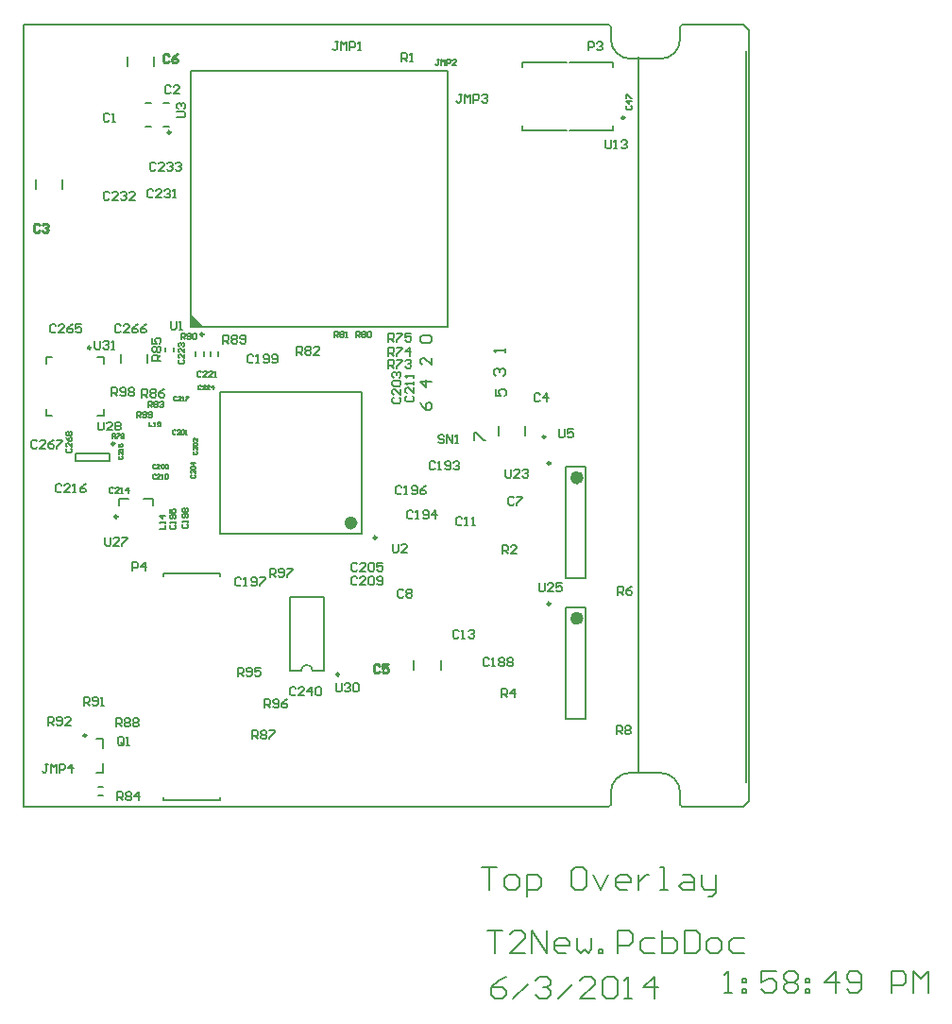
<source format=gto>
%FSLAX44Y44*%
%MOMM*%
G71*
G01*
G75*
G04 Layer_Color=65535*
%ADD10O,2.2000X0.6000*%
%ADD11R,0.6000X0.6000*%
%ADD12R,0.6000X0.5000*%
%ADD13R,2.7940X0.7366*%
%ADD14R,0.6000X1.2000*%
%ADD15R,1.6500X0.3000*%
%ADD16R,2.6000X1.1000*%
%ADD17R,1.0000X1.5000*%
%ADD18R,0.6000X0.6000*%
%ADD19R,0.5000X0.6000*%
%ADD20R,0.8000X0.9000*%
%ADD21R,1.0000X1.6000*%
%ADD22R,0.7000X0.3000*%
%ADD23R,1.2000X0.6000*%
%ADD24R,0.9000X0.7000*%
%ADD25R,0.7000X0.9000*%
%ADD26R,0.6500X0.9000*%
%ADD27R,1.1000X1.4000*%
%ADD28R,0.7000X0.6000*%
%ADD29R,1.4000X1.1000*%
%ADD30R,0.6000X0.7000*%
%ADD31O,0.8000X0.5000*%
%ADD32O,0.3500X0.9500*%
%ADD33O,0.9500X0.3500*%
%ADD34R,3.1500X3.1500*%
%ADD35C,0.2700*%
%ADD36O,0.2500X1.5500*%
%ADD37O,1.5500X0.2500*%
%ADD38C,0.5000*%
%ADD39C,0.1270*%
%ADD40C,0.5080*%
%ADD41C,0.6350*%
%ADD42C,0.2540*%
%ADD43C,0.1778*%
%ADD44C,0.2032*%
%ADD45C,0.3048*%
%ADD46C,0.1524*%
%ADD47R,0.9000X0.6000*%
%ADD48R,1.4000X3.3000*%
%ADD49R,1.1000X1.9000*%
%ADD50R,2.5400X0.6350*%
%ADD51R,0.6000X1.6250*%
%ADD52R,3.9250X2.0000*%
%ADD53R,4.0250X0.7250*%
%ADD54R,2.0000X1.5000*%
%ADD55R,1.3750X0.3000*%
%ADD56R,0.9000X0.6500*%
%ADD57R,0.8000X1.2500*%
%ADD58R,1.9000X4.3000*%
%ADD59R,2.1500X2.2250*%
%ADD60R,3.0000X5.8750*%
%ADD61R,2.6000X0.9000*%
%ADD62R,2.5750X2.2750*%
%ADD63R,5.8500X2.1250*%
%ADD64R,3.6000X1.8000*%
%ADD65R,1.4000X3.8000*%
%ADD66R,1.3000X3.3000*%
%ADD67R,2.6000X0.9000*%
%ADD68R,2.6000X0.9000*%
%ADD69R,2.6000X1.0000*%
%ADD70R,2.6000X1.0000*%
%ADD71R,3.8000X2.2000*%
%ADD72R,1.8000X1.6000*%
%ADD73C,0.6000*%
%ADD74C,0.1270*%
%ADD75C,0.2000*%
%ADD76C,0.9500*%
%ADD77C,5.0000*%
%ADD78C,0.6600*%
%ADD79C,0.5588*%
%ADD80C,1.0160*%
%ADD81C,1.3970*%
%ADD82R,1.6000X0.5000*%
%ADD83R,0.5000X1.6000*%
%ADD84R,13.4000X2.8000*%
%ADD85C,0.8080*%
%ADD86C,1.5240*%
%ADD87C,1.2700*%
%ADD88C,1.2080*%
%ADD89C,1.4080*%
%ADD90C,2.3080*%
G04:AMPARAMS|DCode=91|XSize=1.158mm|YSize=1.158mm|CornerRadius=0mm|HoleSize=0mm|Usage=FLASHONLY|Rotation=0.000|XOffset=0mm|YOffset=0mm|HoleType=Round|Shape=Relief|Width=0.254mm|Gap=0.127mm|Entries=4|*
%AMTHD91*
7,0,0,1.1580,0.9040,0.2540,45*
%
%ADD91THD91*%
%ADD92C,1.1580*%
G04:AMPARAMS|DCode=93|XSize=0.808mm|YSize=0.808mm|CornerRadius=0mm|HoleSize=0mm|Usage=FLASHONLY|Rotation=0.000|XOffset=0mm|YOffset=0mm|HoleType=Round|Shape=Relief|Width=0.254mm|Gap=0.127mm|Entries=4|*
%AMTHD93*
7,0,0,0.8080,0.5540,0.2540,45*
%
%ADD93THD93*%
%ADD94C,3.0080*%
%ADD95C,0.8128*%
%ADD96R,1.6000X0.5000*%
%ADD97R,2.2000X2.8000*%
%ADD98R,11.2000X2.8000*%
%ADD99C,0.8380*%
%ADD100R,6.5000X2.8000*%
%ADD101R,6.8000X2.8000*%
%ADD102R,2.3000X2.7000*%
%ADD103R,11.0000X2.8000*%
%ADD104R,0.2500X0.6000*%
%ADD105R,0.6000X0.2500*%
%ADD106R,3.1000X3.1000*%
%ADD107R,1.6764X0.7366*%
%ADD108R,0.7000X0.5000*%
%ADD109R,0.6500X0.8000*%
%ADD110R,1.4000X1.2000*%
%ADD111R,1.9000X1.1000*%
%ADD112R,0.9000X0.8000*%
%ADD113R,0.7500X0.3000*%
%ADD114R,1.3600X1.4600*%
%ADD115C,0.7112*%
%ADD116R,1.6000X1.4000*%
%ADD117R,3.4290X0.6350*%
%ADD118R,0.8000X0.8000*%
%ADD119R,4.8500X1.5000*%
%ADD120R,1.6000X1.5000*%
%ADD121R,2.1750X1.5000*%
%ADD122R,1.6000X0.8000*%
%ADD123R,1.5750X1.5000*%
%ADD124R,1.3500X3.8000*%
%ADD125R,0.9000X0.9500*%
%ADD126R,0.6750X2.1250*%
%ADD127R,0.7500X2.1250*%
%ADD128R,1.5500X1.3750*%
%ADD129R,3.3000X0.8000*%
%ADD130R,2.2000X2.3000*%
%ADD131R,4.4000X0.7000*%
%ADD132R,4.4000X2.0000*%
%ADD133R,3.3250X2.7500*%
%ADD134R,2.1500X0.8000*%
%ADD135R,1.8500X3.8250*%
%ADD136R,1.5750X0.5250*%
%ADD137R,1.7000X0.5000*%
%ADD138R,1.4750X0.8000*%
%ADD139R,1.4500X0.8000*%
%ADD140R,1.6000X1.5250*%
%ADD141R,1.4500X0.8000*%
%ADD142R,1.6250X1.5000*%
%ADD143R,1.3500X1.8000*%
%ADD144R,1.5250X1.5000*%
%ADD145R,1.4500X1.8000*%
%ADD146R,1.5500X1.5000*%
%ADD147R,1.6500X0.8000*%
%ADD148R,1.6500X2.5000*%
%ADD149R,1.3970X2.4130*%
%ADD150R,1.3970X0.6350*%
%ADD151C,0.6000*%
%ADD152C,0.2500*%
%ADD153C,0.2000*%
%ADD154C,0.1500*%
G36*
X360000Y630000D02*
X350000D01*
Y640000D01*
X360000Y630000D01*
D02*
G37*
D39*
X325280Y409460D02*
X376080D01*
X325280Y406760D02*
Y409460D01*
Y206140D02*
Y208840D01*
Y206140D02*
X376080D01*
Y406760D02*
Y409460D01*
Y206140D02*
Y208840D01*
X848000Y222500D02*
Y877500D01*
X751000Y231500D02*
Y872500D01*
X200000Y200000D02*
X724500D01*
D42*
X330078Y873348D02*
X328809Y874617D01*
X326270D01*
X325000Y873348D01*
Y868270D01*
X326270Y867000D01*
X328809D01*
X330078Y868270D01*
X337696Y874617D02*
X335157Y873348D01*
X332617Y870809D01*
Y868270D01*
X333887Y867000D01*
X336426D01*
X337696Y868270D01*
Y869539D01*
X336426Y870809D01*
X332617D01*
X519078Y326348D02*
X517809Y327617D01*
X515270D01*
X514000Y326348D01*
Y321270D01*
X515270Y320000D01*
X517809D01*
X519078Y321270D01*
X526696Y327617D02*
X521618D01*
Y323809D01*
X524157Y325078D01*
X525426D01*
X526696Y323809D01*
Y321270D01*
X525426Y320000D01*
X522887D01*
X521618Y321270D01*
X214078Y721348D02*
X212809Y722617D01*
X210270D01*
X209000Y721348D01*
Y716270D01*
X210270Y715000D01*
X212809D01*
X214078Y716270D01*
X216618Y721348D02*
X217887Y722617D01*
X220426D01*
X221696Y721348D01*
Y720078D01*
X220426Y718809D01*
X219157D01*
X220426D01*
X221696Y717539D01*
Y716270D01*
X220426Y715000D01*
X217887D01*
X216618Y716270D01*
D46*
X731500Y264950D02*
Y272568D01*
X735309D01*
X736578Y271298D01*
Y268759D01*
X735309Y267489D01*
X731500D01*
X734039D02*
X736578Y264950D01*
X739118Y271298D02*
X740387Y272568D01*
X742926D01*
X744196Y271298D01*
Y270028D01*
X742926Y268759D01*
X744196Y267489D01*
Y266220D01*
X742926Y264950D01*
X740387D01*
X739118Y266220D01*
Y267489D01*
X740387Y268759D01*
X739118Y270028D01*
Y271298D01*
X740387Y268759D02*
X742926D01*
X733000Y390000D02*
Y397617D01*
X736809D01*
X738078Y396348D01*
Y393809D01*
X736809Y392539D01*
X733000D01*
X735539D02*
X738078Y390000D01*
X745696Y397617D02*
X743157Y396348D01*
X740618Y393809D01*
Y391270D01*
X741887Y390000D01*
X744426D01*
X745696Y391270D01*
Y392539D01*
X744426Y393809D01*
X740618D01*
X628500Y298000D02*
Y305618D01*
X632309D01*
X633578Y304348D01*
Y301809D01*
X632309Y300539D01*
X628500D01*
X631039D02*
X633578Y298000D01*
X639926D02*
Y305618D01*
X636118Y301809D01*
X641196D01*
X629000Y427000D02*
Y434618D01*
X632809D01*
X634078Y433348D01*
Y430809D01*
X632809Y429539D01*
X629000D01*
X631539D02*
X634078Y427000D01*
X641696D02*
X636618D01*
X641696Y432078D01*
Y433348D01*
X640426Y434618D01*
X637887D01*
X636618Y433348D01*
X590078Y357348D02*
X588809Y358618D01*
X586270D01*
X585000Y357348D01*
Y352270D01*
X586270Y351000D01*
X588809D01*
X590078Y352270D01*
X592617Y351000D02*
X595157D01*
X593887D01*
Y358618D01*
X592617Y357348D01*
X598965D02*
X600235Y358618D01*
X602774D01*
X604044Y357348D01*
Y356078D01*
X602774Y354809D01*
X601505D01*
X602774D01*
X604044Y353539D01*
Y352270D01*
X602774Y351000D01*
X600235D01*
X598965Y352270D01*
X593078Y458348D02*
X591809Y459618D01*
X589270D01*
X588000Y458348D01*
Y453270D01*
X589270Y452000D01*
X591809D01*
X593078Y453270D01*
X595617Y452000D02*
X598157D01*
X596887D01*
Y459618D01*
X595617Y458348D01*
X601965Y452000D02*
X604505D01*
X603235D01*
Y459618D01*
X601965Y458348D01*
X480000Y310618D02*
Y304270D01*
X481270Y303000D01*
X483809D01*
X485078Y304270D01*
Y310618D01*
X487617Y309348D02*
X488887Y310618D01*
X491426D01*
X492696Y309348D01*
Y308078D01*
X491426Y306809D01*
X490157D01*
X491426D01*
X492696Y305539D01*
Y304270D01*
X491426Y303000D01*
X488887D01*
X487617Y304270D01*
X495235Y309348D02*
X496505Y310618D01*
X499044D01*
X500313Y309348D01*
Y304270D01*
X499044Y303000D01*
X496505D01*
X495235Y304270D01*
Y309348D01*
X577078Y532348D02*
X575809Y533618D01*
X573270D01*
X572000Y532348D01*
Y531078D01*
X573270Y529809D01*
X575809D01*
X577078Y528539D01*
Y527270D01*
X575809Y526000D01*
X573270D01*
X572000Y527270D01*
X579618Y526000D02*
Y533618D01*
X584696Y526000D01*
Y533618D01*
X587235Y526000D02*
X589774D01*
X588505D01*
Y533618D01*
X587235Y532348D01*
X663078Y569348D02*
X661809Y570618D01*
X659270D01*
X658000Y569348D01*
Y564270D01*
X659270Y563000D01*
X661809D01*
X663078Y564270D01*
X669426Y563000D02*
Y570618D01*
X665618Y566809D01*
X670696D01*
X222078Y238617D02*
X219539D01*
X220809D01*
Y232270D01*
X219539Y231000D01*
X218270D01*
X217000Y232270D01*
X224618Y231000D02*
Y238617D01*
X227157Y236078D01*
X229696Y238617D01*
Y231000D01*
X232235D02*
Y238617D01*
X236044D01*
X237313Y237348D01*
Y234809D01*
X236044Y233539D01*
X232235D01*
X243661Y231000D02*
Y238617D01*
X239853Y234809D01*
X244931D01*
X593078Y838617D02*
X590539D01*
X591809D01*
Y832270D01*
X590539Y831000D01*
X589270D01*
X588000Y832270D01*
X595617Y831000D02*
Y838617D01*
X598157Y836078D01*
X600696Y838617D01*
Y831000D01*
X603235D02*
Y838617D01*
X607044D01*
X608313Y837348D01*
Y834809D01*
X607044Y833539D01*
X603235D01*
X610853Y837348D02*
X612122Y838617D01*
X614661D01*
X615931Y837348D01*
Y836078D01*
X614661Y834809D01*
X613392D01*
X614661D01*
X615931Y833539D01*
Y832270D01*
X614661Y831000D01*
X612122D01*
X610853Y832270D01*
X572386Y870078D02*
X570693D01*
X571539D01*
Y865846D01*
X570693Y865000D01*
X569846D01*
X569000Y865846D01*
X574078Y865000D02*
Y870078D01*
X575771Y868386D01*
X577464Y870078D01*
Y865000D01*
X579157D02*
Y870078D01*
X581696D01*
X582542Y869232D01*
Y867539D01*
X581696Y866693D01*
X579157D01*
X587621Y865000D02*
X584235D01*
X587621Y868386D01*
Y869232D01*
X586774Y870078D01*
X585081D01*
X584235Y869232D01*
X482078Y885618D02*
X479539D01*
X480809D01*
Y879270D01*
X479539Y878000D01*
X478270D01*
X477000Y879270D01*
X484618Y878000D02*
Y885618D01*
X487157Y883078D01*
X489696Y885618D01*
Y878000D01*
X492235D02*
Y885618D01*
X496044D01*
X497313Y884348D01*
Y881809D01*
X496044Y880539D01*
X492235D01*
X499853Y878000D02*
X502392D01*
X501122D01*
Y885618D01*
X499853Y884348D01*
X277078Y820348D02*
X275809Y821618D01*
X273270D01*
X272000Y820348D01*
Y815270D01*
X273270Y814000D01*
X275809D01*
X277078Y815270D01*
X279618Y814000D02*
X282157D01*
X280887D01*
Y821618D01*
X279618Y820348D01*
X332078Y845348D02*
X330809Y846618D01*
X328270D01*
X327000Y845348D01*
Y840270D01*
X328270Y839000D01*
X330809D01*
X332078Y840270D01*
X339696Y839000D02*
X334618D01*
X339696Y844078D01*
Y845348D01*
X338426Y846618D01*
X335887D01*
X334618Y845348D01*
X740768Y828136D02*
X739922Y827289D01*
Y825596D01*
X740768Y824750D01*
X744154D01*
X745000Y825596D01*
Y827289D01*
X744154Y828136D01*
X745000Y832367D02*
X739922D01*
X742461Y829828D01*
Y833214D01*
X739922Y834907D02*
Y838292D01*
X740768D01*
X744154Y834907D01*
X745000D01*
X617078Y332348D02*
X615809Y333618D01*
X613270D01*
X612000Y332348D01*
Y327270D01*
X613270Y326000D01*
X615809D01*
X617078Y327270D01*
X619618Y326000D02*
X622157D01*
X620887D01*
Y333618D01*
X619618Y332348D01*
X625965D02*
X627235Y333618D01*
X629774D01*
X631044Y332348D01*
Y331078D01*
X629774Y329809D01*
X631044Y328539D01*
Y327270D01*
X629774Y326000D01*
X627235D01*
X625965Y327270D01*
Y328539D01*
X627235Y329809D01*
X625965Y331078D01*
Y332348D01*
X627235Y329809D02*
X629774D01*
X633583Y332348D02*
X634853Y333618D01*
X637392D01*
X638661Y332348D01*
Y331078D01*
X637392Y329809D01*
X638661Y328539D01*
Y327270D01*
X637392Y326000D01*
X634853D01*
X633583Y327270D01*
Y328539D01*
X634853Y329809D01*
X633583Y331078D01*
Y332348D01*
X634853Y329809D02*
X637392D01*
X569078Y508348D02*
X567809Y509618D01*
X565270D01*
X564000Y508348D01*
Y503270D01*
X565270Y502000D01*
X567809D01*
X569078Y503270D01*
X571618Y502000D02*
X574157D01*
X572887D01*
Y509618D01*
X571618Y508348D01*
X577966Y503270D02*
X579235Y502000D01*
X581774D01*
X583044Y503270D01*
Y508348D01*
X581774Y509618D01*
X579235D01*
X577966Y508348D01*
Y507078D01*
X579235Y505809D01*
X583044D01*
X585583Y508348D02*
X586853Y509618D01*
X589392D01*
X590661Y508348D01*
Y507078D01*
X589392Y505809D01*
X588122D01*
X589392D01*
X590661Y504539D01*
Y503270D01*
X589392Y502000D01*
X586853D01*
X585583Y503270D01*
X549078Y464348D02*
X547809Y465617D01*
X545270D01*
X544000Y464348D01*
Y459270D01*
X545270Y458000D01*
X547809D01*
X549078Y459270D01*
X551618Y458000D02*
X554157D01*
X552887D01*
Y465617D01*
X551618Y464348D01*
X557966Y459270D02*
X559235Y458000D01*
X561774D01*
X563044Y459270D01*
Y464348D01*
X561774Y465617D01*
X559235D01*
X557966Y464348D01*
Y463078D01*
X559235Y461809D01*
X563044D01*
X569392Y458000D02*
Y465617D01*
X565583Y461809D01*
X570661D01*
X332518Y452386D02*
X331672Y451539D01*
Y449846D01*
X332518Y449000D01*
X335904D01*
X336750Y449846D01*
Y451539D01*
X335904Y452386D01*
X336750Y454078D02*
Y455771D01*
Y454925D01*
X331672D01*
X332518Y454078D01*
X335904Y458310D02*
X336750Y459157D01*
Y460849D01*
X335904Y461696D01*
X332518D01*
X331672Y460849D01*
Y459157D01*
X332518Y458310D01*
X333364D01*
X334211Y459157D01*
Y461696D01*
X331672Y466774D02*
Y463389D01*
X334211D01*
X333364Y465081D01*
Y465928D01*
X334211Y466774D01*
X335904D01*
X336750Y465928D01*
Y464235D01*
X335904Y463389D01*
X539078Y486348D02*
X537809Y487617D01*
X535270D01*
X534000Y486348D01*
Y481270D01*
X535270Y480000D01*
X537809D01*
X539078Y481270D01*
X541618Y480000D02*
X544157D01*
X542887D01*
Y487617D01*
X541618Y486348D01*
X547966Y481270D02*
X549235Y480000D01*
X551774D01*
X553044Y481270D01*
Y486348D01*
X551774Y487617D01*
X549235D01*
X547966Y486348D01*
Y485078D01*
X549235Y483809D01*
X553044D01*
X560661Y487617D02*
X558122Y486348D01*
X555583Y483809D01*
Y481270D01*
X556853Y480000D01*
X559392D01*
X560661Y481270D01*
Y482539D01*
X559392Y483809D01*
X555583D01*
X395078Y404348D02*
X393809Y405617D01*
X391270D01*
X390000Y404348D01*
Y399270D01*
X391270Y398000D01*
X393809D01*
X395078Y399270D01*
X397617Y398000D02*
X400157D01*
X398887D01*
Y405617D01*
X397617Y404348D01*
X403965Y399270D02*
X405235Y398000D01*
X407774D01*
X409044Y399270D01*
Y404348D01*
X407774Y405617D01*
X405235D01*
X403965Y404348D01*
Y403078D01*
X405235Y401809D01*
X409044D01*
X411583Y405617D02*
X416661D01*
Y404348D01*
X411583Y399270D01*
Y398000D01*
X343018Y453386D02*
X342172Y452539D01*
Y450846D01*
X343018Y450000D01*
X346404D01*
X347250Y450846D01*
Y452539D01*
X346404Y453386D01*
X347250Y455078D02*
Y456771D01*
Y455925D01*
X342172D01*
X343018Y455078D01*
X346404Y459310D02*
X347250Y460157D01*
Y461850D01*
X346404Y462696D01*
X343018D01*
X342172Y461850D01*
Y460157D01*
X343018Y459310D01*
X343864D01*
X344711Y460157D01*
Y462696D01*
X343018Y464389D02*
X342172Y465235D01*
Y466928D01*
X343018Y467774D01*
X343864D01*
X344711Y466928D01*
X345557Y467774D01*
X346404D01*
X347250Y466928D01*
Y465235D01*
X346404Y464389D01*
X345557D01*
X344711Y465235D01*
X343864Y464389D01*
X343018D01*
X344711Y465235D02*
Y466928D01*
X406078Y604348D02*
X404809Y605617D01*
X402270D01*
X401000Y604348D01*
Y599270D01*
X402270Y598000D01*
X404809D01*
X406078Y599270D01*
X408618Y598000D02*
X411157D01*
X409887D01*
Y605617D01*
X408618Y604348D01*
X414966Y599270D02*
X416235Y598000D01*
X418774D01*
X420044Y599270D01*
Y604348D01*
X418774Y605617D01*
X416235D01*
X414966Y604348D01*
Y603078D01*
X416235Y601809D01*
X420044D01*
X422583Y599270D02*
X423853Y598000D01*
X426392D01*
X427661Y599270D01*
Y604348D01*
X426392Y605617D01*
X423853D01*
X422583Y604348D01*
Y603078D01*
X423853Y601809D01*
X427661D01*
X318539Y506174D02*
X317904Y506809D01*
X316635D01*
X316000Y506174D01*
Y503635D01*
X316635Y503000D01*
X317904D01*
X318539Y503635D01*
X322348Y503000D02*
X319809D01*
X322348Y505539D01*
Y506174D01*
X321713Y506809D01*
X320444D01*
X319809Y506174D01*
X323618D02*
X324252Y506809D01*
X325522D01*
X326157Y506174D01*
Y503635D01*
X325522Y503000D01*
X324252D01*
X323618Y503635D01*
Y506174D01*
X327426D02*
X328061Y506809D01*
X329331D01*
X329966Y506174D01*
Y503635D01*
X329331Y503000D01*
X328061D01*
X327426Y503635D01*
Y506174D01*
X336539Y537174D02*
X335904Y537809D01*
X334635D01*
X334000Y537174D01*
Y534635D01*
X334635Y534000D01*
X335904D01*
X336539Y534635D01*
X340348Y534000D02*
X337809D01*
X340348Y536539D01*
Y537174D01*
X339713Y537809D01*
X338444D01*
X337809Y537174D01*
X341618D02*
X342252Y537809D01*
X343522D01*
X344157Y537174D01*
Y534635D01*
X343522Y534000D01*
X342252D01*
X341618Y534635D01*
Y537174D01*
X345426Y534000D02*
X346696D01*
X346061D01*
Y537809D01*
X345426Y537174D01*
X352826Y518539D02*
X352191Y517904D01*
Y516635D01*
X352826Y516000D01*
X355365D01*
X356000Y516635D01*
Y517904D01*
X355365Y518539D01*
X356000Y522348D02*
Y519809D01*
X353461Y522348D01*
X352826D01*
X352191Y521713D01*
Y520444D01*
X352826Y519809D01*
Y523618D02*
X352191Y524252D01*
Y525522D01*
X352826Y526157D01*
X355365D01*
X356000Y525522D01*
Y524252D01*
X355365Y523618D01*
X352826D01*
X356000Y529966D02*
Y527426D01*
X353461Y529966D01*
X352826D01*
X352191Y529331D01*
Y528061D01*
X352826Y527426D01*
X531652Y567078D02*
X530382Y565809D01*
Y563270D01*
X531652Y562000D01*
X536730D01*
X538000Y563270D01*
Y565809D01*
X536730Y567078D01*
X538000Y574696D02*
Y569618D01*
X532922Y574696D01*
X531652D01*
X530382Y573426D01*
Y570887D01*
X531652Y569618D01*
Y577235D02*
X530382Y578505D01*
Y581044D01*
X531652Y582313D01*
X536730D01*
X538000Y581044D01*
Y578505D01*
X536730Y577235D01*
X531652D01*
Y584853D02*
X530382Y586122D01*
Y588661D01*
X531652Y589931D01*
X532922D01*
X534191Y588661D01*
Y587392D01*
Y588661D01*
X535461Y589931D01*
X536730D01*
X538000Y588661D01*
Y586122D01*
X536730Y584853D01*
X350826Y497539D02*
X350191Y496904D01*
Y495635D01*
X350826Y495000D01*
X353365D01*
X354000Y495635D01*
Y496904D01*
X353365Y497539D01*
X354000Y501348D02*
Y498809D01*
X351461Y501348D01*
X350826D01*
X350191Y500713D01*
Y499444D01*
X350826Y498809D01*
Y502618D02*
X350191Y503252D01*
Y504522D01*
X350826Y505157D01*
X353365D01*
X354000Y504522D01*
Y503252D01*
X353365Y502618D01*
X350826D01*
X354000Y508331D02*
X350191D01*
X352096Y506426D01*
Y508965D01*
X499078Y417348D02*
X497809Y418618D01*
X495270D01*
X494000Y417348D01*
Y412270D01*
X495270Y411000D01*
X497809D01*
X499078Y412270D01*
X506696Y411000D02*
X501618D01*
X506696Y416078D01*
Y417348D01*
X505426Y418618D01*
X502887D01*
X501618Y417348D01*
X509235D02*
X510505Y418618D01*
X513044D01*
X514313Y417348D01*
Y412270D01*
X513044Y411000D01*
X510505D01*
X509235Y412270D01*
Y417348D01*
X521931Y418618D02*
X516853D01*
Y414809D01*
X519392Y416078D01*
X520661D01*
X521931Y414809D01*
Y412270D01*
X520661Y411000D01*
X518122D01*
X516853Y412270D01*
X499078Y405348D02*
X497809Y406618D01*
X495270D01*
X494000Y405348D01*
Y400270D01*
X495270Y399000D01*
X497809D01*
X499078Y400270D01*
X506696Y399000D02*
X501618D01*
X506696Y404078D01*
Y405348D01*
X505426Y406618D01*
X502887D01*
X501618Y405348D01*
X509235D02*
X510505Y406618D01*
X513044D01*
X514313Y405348D01*
Y400270D01*
X513044Y399000D01*
X510505D01*
X509235Y400270D01*
Y405348D01*
X516853Y400270D02*
X518122Y399000D01*
X520661D01*
X521931Y400270D01*
Y405348D01*
X520661Y406618D01*
X518122D01*
X516853Y405348D01*
Y404078D01*
X518122Y402809D01*
X521931D01*
X318539Y497174D02*
X317904Y497809D01*
X316635D01*
X316000Y497174D01*
Y494635D01*
X316635Y494000D01*
X317904D01*
X318539Y494635D01*
X322348Y494000D02*
X319809D01*
X322348Y496539D01*
Y497174D01*
X321713Y497809D01*
X320444D01*
X319809Y497174D01*
X323618Y494000D02*
X324887D01*
X324252D01*
Y497809D01*
X323618Y497174D01*
X326791D02*
X327426Y497809D01*
X328696D01*
X329331Y497174D01*
Y494635D01*
X328696Y494000D01*
X327426D01*
X326791Y494635D01*
Y497174D01*
X543652Y568078D02*
X542383Y566809D01*
Y564270D01*
X543652Y563000D01*
X548730D01*
X550000Y564270D01*
Y566809D01*
X548730Y568078D01*
X550000Y575696D02*
Y570617D01*
X544922Y575696D01*
X543652D01*
X542383Y574426D01*
Y571887D01*
X543652Y570617D01*
X550000Y578235D02*
Y580774D01*
Y579505D01*
X542383D01*
X543652Y578235D01*
X550000Y584583D02*
Y587122D01*
Y585853D01*
X542383D01*
X543652Y584583D01*
X280386Y485232D02*
X279539Y486078D01*
X277846D01*
X277000Y485232D01*
Y481846D01*
X277846Y481000D01*
X279539D01*
X280386Y481846D01*
X285464Y481000D02*
X282078D01*
X285464Y484386D01*
Y485232D01*
X284618Y486078D01*
X282925D01*
X282078Y485232D01*
X287157Y481000D02*
X288850D01*
X288003D01*
Y486078D01*
X287157Y485232D01*
X293928Y481000D02*
Y486078D01*
X291389Y483539D01*
X294774D01*
X285826Y514539D02*
X285191Y513904D01*
Y512635D01*
X285826Y512000D01*
X288365D01*
X289000Y512635D01*
Y513904D01*
X288365Y514539D01*
X289000Y518348D02*
Y515809D01*
X286461Y518348D01*
X285826D01*
X285191Y517713D01*
Y516444D01*
X285826Y515809D01*
X289000Y519618D02*
Y520887D01*
Y520252D01*
X285191D01*
X285826Y519618D01*
X285191Y525331D02*
Y522791D01*
X287096D01*
X286461Y524061D01*
Y524696D01*
X287096Y525331D01*
X288365D01*
X289000Y524696D01*
Y523426D01*
X288365Y522791D01*
X234078Y488348D02*
X232809Y489618D01*
X230270D01*
X229000Y488348D01*
Y483270D01*
X230270Y482000D01*
X232809D01*
X234078Y483270D01*
X241696Y482000D02*
X236618D01*
X241696Y487078D01*
Y488348D01*
X240426Y489618D01*
X237887D01*
X236618Y488348D01*
X244235Y482000D02*
X246774D01*
X245505D01*
Y489618D01*
X244235Y488348D01*
X255661Y489618D02*
X253122Y488348D01*
X250583Y485809D01*
Y483270D01*
X251853Y482000D01*
X254392D01*
X255661Y483270D01*
Y484539D01*
X254392Y485809D01*
X250583D01*
X337539Y567174D02*
X336904Y567809D01*
X335635D01*
X335000Y567174D01*
Y564635D01*
X335635Y564000D01*
X336904D01*
X337539Y564635D01*
X341348Y564000D02*
X338809D01*
X341348Y566539D01*
Y567174D01*
X340713Y567809D01*
X339444D01*
X338809Y567174D01*
X342618Y564000D02*
X343887D01*
X343252D01*
Y567809D01*
X342618Y567174D01*
X345792Y567809D02*
X348331D01*
Y567174D01*
X345792Y564635D01*
Y564000D01*
X359386Y589232D02*
X358539Y590078D01*
X356846D01*
X356000Y589232D01*
Y585846D01*
X356846Y585000D01*
X358539D01*
X359386Y585846D01*
X364464Y585000D02*
X361078D01*
X364464Y588386D01*
Y589232D01*
X363618Y590078D01*
X361925D01*
X361078Y589232D01*
X369542Y585000D02*
X366157D01*
X369542Y588386D01*
Y589232D01*
X368696Y590078D01*
X367003D01*
X366157Y589232D01*
X371235Y585000D02*
X372928D01*
X372081D01*
Y590078D01*
X371235Y589232D01*
X339768Y600386D02*
X338922Y599539D01*
Y597846D01*
X339768Y597000D01*
X343154D01*
X344000Y597846D01*
Y599539D01*
X343154Y600386D01*
X344000Y605464D02*
Y602078D01*
X340614Y605464D01*
X339768D01*
X338922Y604618D01*
Y602925D01*
X339768Y602078D01*
X344000Y610542D02*
Y607157D01*
X340614Y610542D01*
X339768D01*
X338922Y609696D01*
Y608003D01*
X339768Y607157D01*
Y612235D02*
X338922Y613082D01*
Y614774D01*
X339768Y615621D01*
X340614D01*
X341461Y614774D01*
Y613928D01*
Y614774D01*
X342307Y615621D01*
X343154D01*
X344000Y614774D01*
Y613082D01*
X343154Y612235D01*
X359539Y577174D02*
X358904Y577809D01*
X357635D01*
X357000Y577174D01*
Y574635D01*
X357635Y574000D01*
X358904D01*
X359539Y574635D01*
X363348Y574000D02*
X360809D01*
X363348Y576539D01*
Y577174D01*
X362713Y577809D01*
X361444D01*
X360809Y577174D01*
X367157Y574000D02*
X364618D01*
X367157Y576539D01*
Y577174D01*
X366522Y577809D01*
X365252D01*
X364618Y577174D01*
X370331Y574000D02*
Y577809D01*
X368426Y575904D01*
X370965D01*
X316078Y752348D02*
X314809Y753617D01*
X312270D01*
X311000Y752348D01*
Y747270D01*
X312270Y746000D01*
X314809D01*
X316078Y747270D01*
X323696Y746000D02*
X318617D01*
X323696Y751078D01*
Y752348D01*
X322426Y753617D01*
X319887D01*
X318617Y752348D01*
X326235D02*
X327505Y753617D01*
X330044D01*
X331313Y752348D01*
Y751078D01*
X330044Y749809D01*
X328774D01*
X330044D01*
X331313Y748539D01*
Y747270D01*
X330044Y746000D01*
X327505D01*
X326235Y747270D01*
X333853Y746000D02*
X336392D01*
X335122D01*
Y753617D01*
X333853Y752348D01*
X277078Y750348D02*
X275809Y751618D01*
X273270D01*
X272000Y750348D01*
Y745270D01*
X273270Y744000D01*
X275809D01*
X277078Y745270D01*
X284696Y744000D02*
X279618D01*
X284696Y749078D01*
Y750348D01*
X283426Y751618D01*
X280887D01*
X279618Y750348D01*
X287235D02*
X288505Y751618D01*
X291044D01*
X292313Y750348D01*
Y749078D01*
X291044Y747809D01*
X289774D01*
X291044D01*
X292313Y746539D01*
Y745270D01*
X291044Y744000D01*
X288505D01*
X287235Y745270D01*
X299931Y744000D02*
X294853D01*
X299931Y749078D01*
Y750348D01*
X298661Y751618D01*
X296122D01*
X294853Y750348D01*
X318554Y776489D02*
X317285Y777759D01*
X314746D01*
X313476Y776489D01*
Y771411D01*
X314746Y770142D01*
X317285D01*
X318554Y771411D01*
X326172Y770142D02*
X321093D01*
X326172Y775220D01*
Y776489D01*
X324902Y777759D01*
X322363D01*
X321093Y776489D01*
X328711D02*
X329981Y777759D01*
X332520D01*
X333789Y776489D01*
Y775220D01*
X332520Y773950D01*
X331250D01*
X332520D01*
X333789Y772681D01*
Y771411D01*
X332520Y770142D01*
X329981D01*
X328711Y771411D01*
X336329Y776489D02*
X337598Y777759D01*
X340137D01*
X341407Y776489D01*
Y775220D01*
X340137Y773950D01*
X338868D01*
X340137D01*
X341407Y772681D01*
Y771411D01*
X340137Y770142D01*
X337598D01*
X336329Y771411D01*
X444078Y306348D02*
X442809Y307617D01*
X440270D01*
X439000Y306348D01*
Y301270D01*
X440270Y300000D01*
X442809D01*
X444078Y301270D01*
X451696Y300000D02*
X446618D01*
X451696Y305078D01*
Y306348D01*
X450426Y307617D01*
X447887D01*
X446618Y306348D01*
X458044Y300000D02*
Y307617D01*
X454235Y303809D01*
X459313D01*
X461853Y306348D02*
X463122Y307617D01*
X465661D01*
X466931Y306348D01*
Y301270D01*
X465661Y300000D01*
X463122D01*
X461853Y301270D01*
Y306348D01*
X229078Y631348D02*
X227809Y632617D01*
X225270D01*
X224000Y631348D01*
Y626270D01*
X225270Y625000D01*
X227809D01*
X229078Y626270D01*
X236696Y625000D02*
X231618D01*
X236696Y630078D01*
Y631348D01*
X235426Y632617D01*
X232887D01*
X231618Y631348D01*
X244313Y632617D02*
X241774Y631348D01*
X239235Y628809D01*
Y626270D01*
X240505Y625000D01*
X243044D01*
X244313Y626270D01*
Y627539D01*
X243044Y628809D01*
X239235D01*
X251931Y632617D02*
X246853D01*
Y628809D01*
X249392Y630078D01*
X250661D01*
X251931Y628809D01*
Y626270D01*
X250661Y625000D01*
X248122D01*
X246853Y626270D01*
X287078Y631348D02*
X285809Y632617D01*
X283270D01*
X282000Y631348D01*
Y626270D01*
X283270Y625000D01*
X285809D01*
X287078Y626270D01*
X294696Y625000D02*
X289618D01*
X294696Y630078D01*
Y631348D01*
X293426Y632617D01*
X290887D01*
X289618Y631348D01*
X302313Y632617D02*
X299774Y631348D01*
X297235Y628809D01*
Y626270D01*
X298505Y625000D01*
X301044D01*
X302313Y626270D01*
Y627539D01*
X301044Y628809D01*
X297235D01*
X309931Y632617D02*
X307392Y631348D01*
X304853Y628809D01*
Y626270D01*
X306122Y625000D01*
X308661D01*
X309931Y626270D01*
Y627539D01*
X308661Y628809D01*
X304853D01*
X212078Y527348D02*
X210809Y528618D01*
X208270D01*
X207000Y527348D01*
Y522270D01*
X208270Y521000D01*
X210809D01*
X212078Y522270D01*
X219696Y521000D02*
X214618D01*
X219696Y526078D01*
Y527348D01*
X218426Y528618D01*
X215887D01*
X214618Y527348D01*
X227313Y528618D02*
X224774Y527348D01*
X222235Y524809D01*
Y522270D01*
X223505Y521000D01*
X226044D01*
X227313Y522270D01*
Y523539D01*
X226044Y524809D01*
X222235D01*
X229853Y528618D02*
X234931D01*
Y527348D01*
X229853Y522270D01*
Y521000D01*
X238768Y521386D02*
X237922Y520539D01*
Y518846D01*
X238768Y518000D01*
X242154D01*
X243000Y518846D01*
Y520539D01*
X242154Y521386D01*
X243000Y526464D02*
Y523078D01*
X239614Y526464D01*
X238768D01*
X237922Y525617D01*
Y523925D01*
X238768Y523078D01*
X237922Y531542D02*
X238768Y529850D01*
X240461Y528157D01*
X242154D01*
X243000Y529003D01*
Y530696D01*
X242154Y531542D01*
X241307D01*
X240461Y530696D01*
Y528157D01*
X238768Y533235D02*
X237922Y534081D01*
Y535774D01*
X238768Y536621D01*
X239614D01*
X240461Y535774D01*
X241307Y536621D01*
X242154D01*
X243000Y535774D01*
Y534081D01*
X242154Y533235D01*
X241307D01*
X240461Y534081D01*
X239614Y533235D01*
X238768D01*
X240461Y534081D02*
Y535774D01*
X321672Y449000D02*
X326750D01*
Y452386D01*
Y454078D02*
Y455771D01*
Y454925D01*
X321672D01*
X322518Y454078D01*
X326750Y460849D02*
X321672D01*
X324211Y458310D01*
Y461696D01*
X313000Y544809D02*
Y541000D01*
X315539D01*
X316809D02*
X318078D01*
X317444D01*
Y544809D01*
X316809Y544174D01*
X322522Y544809D02*
X319983D01*
Y542904D01*
X321252Y543539D01*
X321887D01*
X322522Y542904D01*
Y541635D01*
X321887Y541000D01*
X320618D01*
X319983Y541635D01*
X706000Y878000D02*
Y885618D01*
X709809D01*
X711078Y884348D01*
Y881809D01*
X709809Y880539D01*
X706000D01*
X713617Y884348D02*
X714887Y885618D01*
X717426D01*
X718696Y884348D01*
Y883078D01*
X717426Y881809D01*
X716157D01*
X717426D01*
X718696Y880539D01*
Y879270D01*
X717426Y878000D01*
X714887D01*
X713617Y879270D01*
X297467Y411659D02*
Y419277D01*
X301276D01*
X302545Y418007D01*
Y415468D01*
X301276Y414198D01*
X297467D01*
X308893Y411659D02*
Y419277D01*
X305084Y415468D01*
X310163D01*
X289578Y256520D02*
Y261598D01*
X288309Y262868D01*
X285770D01*
X284500Y261598D01*
Y256520D01*
X285770Y255250D01*
X288309D01*
X287039Y257789D02*
X289578Y255250D01*
X288309D02*
X289578Y256520D01*
X292118Y255250D02*
X294657D01*
X293387D01*
Y262868D01*
X292118Y261598D01*
X539000Y868000D02*
Y875618D01*
X542809D01*
X544078Y874348D01*
Y871809D01*
X542809Y870539D01*
X539000D01*
X541539D02*
X544078Y868000D01*
X546618D02*
X549157D01*
X547887D01*
Y875618D01*
X546618Y874348D01*
X527000Y593000D02*
Y600617D01*
X530809D01*
X532078Y599348D01*
Y596809D01*
X530809Y595539D01*
X527000D01*
X529539D02*
X532078Y593000D01*
X534618Y600617D02*
X539696D01*
Y599348D01*
X534618Y594270D01*
Y593000D01*
X542235Y599348D02*
X543505Y600617D01*
X546044D01*
X547313Y599348D01*
Y598078D01*
X546044Y596809D01*
X544774D01*
X546044D01*
X547313Y595539D01*
Y594270D01*
X546044Y593000D01*
X543505D01*
X542235Y594270D01*
X527000Y604000D02*
Y611618D01*
X530809D01*
X532078Y610348D01*
Y607809D01*
X530809Y606539D01*
X527000D01*
X529539D02*
X532078Y604000D01*
X534618Y611618D02*
X539696D01*
Y610348D01*
X534618Y605270D01*
Y604000D01*
X546044D02*
Y611618D01*
X542235Y607809D01*
X547313D01*
X527000Y617000D02*
Y624618D01*
X530809D01*
X532078Y623348D01*
Y620809D01*
X530809Y619539D01*
X527000D01*
X529539D02*
X532078Y617000D01*
X534618Y624618D02*
X539696D01*
Y623348D01*
X534618Y618270D01*
Y617000D01*
X547313Y624618D02*
X542235D01*
Y620809D01*
X544774Y622078D01*
X546044D01*
X547313Y620809D01*
Y618270D01*
X546044Y617000D01*
X543505D01*
X542235Y618270D01*
X280000Y530500D02*
Y534309D01*
X281904D01*
X282539Y533674D01*
Y532404D01*
X281904Y531770D01*
X280000D01*
X281270D02*
X282539Y530500D01*
X283809Y534309D02*
X286348D01*
Y533674D01*
X283809Y531135D01*
Y530500D01*
X287618Y531135D02*
X288252Y530500D01*
X289522D01*
X290157Y531135D01*
Y533674D01*
X289522Y534309D01*
X288252D01*
X287618Y533674D01*
Y533039D01*
X288252Y532404D01*
X290157D01*
X498000Y621000D02*
Y626078D01*
X500539D01*
X501386Y625232D01*
Y623539D01*
X500539Y622693D01*
X498000D01*
X499693D02*
X501386Y621000D01*
X503078Y625232D02*
X503925Y626078D01*
X505617D01*
X506464Y625232D01*
Y624386D01*
X505617Y623539D01*
X506464Y622693D01*
Y621846D01*
X505617Y621000D01*
X503925D01*
X503078Y621846D01*
Y622693D01*
X503925Y623539D01*
X503078Y624386D01*
Y625232D01*
X503925Y623539D02*
X505617D01*
X508157Y625232D02*
X509003Y626078D01*
X510696D01*
X511542Y625232D01*
Y621846D01*
X510696Y621000D01*
X509003D01*
X508157Y621846D01*
Y625232D01*
X479000Y621000D02*
Y626078D01*
X481539D01*
X482386Y625232D01*
Y623539D01*
X481539Y622693D01*
X479000D01*
X480693D02*
X482386Y621000D01*
X484078Y625232D02*
X484925Y626078D01*
X486618D01*
X487464Y625232D01*
Y624386D01*
X486618Y623539D01*
X487464Y622693D01*
Y621846D01*
X486618Y621000D01*
X484925D01*
X484078Y621846D01*
Y622693D01*
X484925Y623539D01*
X484078Y624386D01*
Y625232D01*
X484925Y623539D02*
X486618D01*
X489157Y621000D02*
X490849D01*
X490003D01*
Y626078D01*
X489157Y625232D01*
X445000Y605000D02*
Y612617D01*
X448809D01*
X450078Y611348D01*
Y608809D01*
X448809Y607539D01*
X445000D01*
X447539D02*
X450078Y605000D01*
X452617Y611348D02*
X453887Y612617D01*
X456426D01*
X457696Y611348D01*
Y610078D01*
X456426Y608809D01*
X457696Y607539D01*
Y606270D01*
X456426Y605000D01*
X453887D01*
X452617Y606270D01*
Y607539D01*
X453887Y608809D01*
X452617Y610078D01*
Y611348D01*
X453887Y608809D02*
X456426D01*
X465313Y605000D02*
X460235D01*
X465313Y610078D01*
Y611348D01*
X464044Y612617D01*
X461505D01*
X460235Y611348D01*
X312000Y558000D02*
Y563078D01*
X314539D01*
X315386Y562232D01*
Y560539D01*
X314539Y559693D01*
X312000D01*
X313693D02*
X315386Y558000D01*
X317078Y562232D02*
X317925Y563078D01*
X319618D01*
X320464Y562232D01*
Y561386D01*
X319618Y560539D01*
X320464Y559693D01*
Y558846D01*
X319618Y558000D01*
X317925D01*
X317078Y558846D01*
Y559693D01*
X317925Y560539D01*
X317078Y561386D01*
Y562232D01*
X317925Y560539D02*
X319618D01*
X322157Y562232D02*
X323003Y563078D01*
X324696D01*
X325542Y562232D01*
Y561386D01*
X324696Y560539D01*
X323849D01*
X324696D01*
X325542Y559693D01*
Y558846D01*
X324696Y558000D01*
X323003D01*
X322157Y558846D01*
X284000Y206000D02*
Y213617D01*
X287809D01*
X289078Y212348D01*
Y209809D01*
X287809Y208539D01*
X284000D01*
X286539D02*
X289078Y206000D01*
X291618Y212348D02*
X292887Y213617D01*
X295426D01*
X296696Y212348D01*
Y211078D01*
X295426Y209809D01*
X296696Y208539D01*
Y207270D01*
X295426Y206000D01*
X292887D01*
X291618Y207270D01*
Y208539D01*
X292887Y209809D01*
X291618Y211078D01*
Y212348D01*
X292887Y209809D02*
X295426D01*
X303044Y206000D02*
Y213617D01*
X299235Y209809D01*
X304313D01*
X323000Y600000D02*
X315382D01*
Y603809D01*
X316652Y605078D01*
X319191D01*
X320461Y603809D01*
Y600000D01*
Y602539D02*
X323000Y605078D01*
X316652Y607617D02*
X315382Y608887D01*
Y611426D01*
X316652Y612696D01*
X317922D01*
X319191Y611426D01*
X320461Y612696D01*
X321730D01*
X323000Y611426D01*
Y608887D01*
X321730Y607617D01*
X320461D01*
X319191Y608887D01*
X317922Y607617D01*
X316652D01*
X319191Y608887D02*
Y611426D01*
X315382Y620313D02*
Y615235D01*
X319191D01*
X317922Y617774D01*
Y619044D01*
X319191Y620313D01*
X321730D01*
X323000Y619044D01*
Y616505D01*
X321730Y615235D01*
X306000Y567000D02*
Y574618D01*
X309809D01*
X311078Y573348D01*
Y570809D01*
X309809Y569539D01*
X306000D01*
X308539D02*
X311078Y567000D01*
X313617Y573348D02*
X314887Y574618D01*
X317426D01*
X318696Y573348D01*
Y572078D01*
X317426Y570809D01*
X318696Y569539D01*
Y568270D01*
X317426Y567000D01*
X314887D01*
X313617Y568270D01*
Y569539D01*
X314887Y570809D01*
X313617Y572078D01*
Y573348D01*
X314887Y570809D02*
X317426D01*
X326313Y574618D02*
X323774Y573348D01*
X321235Y570809D01*
Y568270D01*
X322505Y567000D01*
X325044D01*
X326313Y568270D01*
Y569539D01*
X325044Y570809D01*
X321235D01*
X405000Y261000D02*
Y268617D01*
X408809D01*
X410078Y267348D01*
Y264809D01*
X408809Y263539D01*
X405000D01*
X407539D02*
X410078Y261000D01*
X412617Y267348D02*
X413887Y268617D01*
X416426D01*
X417696Y267348D01*
Y266078D01*
X416426Y264809D01*
X417696Y263539D01*
Y262270D01*
X416426Y261000D01*
X413887D01*
X412617Y262270D01*
Y263539D01*
X413887Y264809D01*
X412617Y266078D01*
Y267348D01*
X413887Y264809D02*
X416426D01*
X420235Y268617D02*
X425313D01*
Y267348D01*
X420235Y262270D01*
Y261000D01*
X283000Y272000D02*
Y279618D01*
X286809D01*
X288078Y278348D01*
Y275809D01*
X286809Y274539D01*
X283000D01*
X285539D02*
X288078Y272000D01*
X290618Y278348D02*
X291887Y279618D01*
X294426D01*
X295696Y278348D01*
Y277078D01*
X294426Y275809D01*
X295696Y274539D01*
Y273270D01*
X294426Y272000D01*
X291887D01*
X290618Y273270D01*
Y274539D01*
X291887Y275809D01*
X290618Y277078D01*
Y278348D01*
X291887Y275809D02*
X294426D01*
X298235Y278348D02*
X299505Y279618D01*
X302044D01*
X303313Y278348D01*
Y277078D01*
X302044Y275809D01*
X303313Y274539D01*
Y273270D01*
X302044Y272000D01*
X299505D01*
X298235Y273270D01*
Y274539D01*
X299505Y275809D01*
X298235Y277078D01*
Y278348D01*
X299505Y275809D02*
X302044D01*
X379000Y615000D02*
Y622617D01*
X382809D01*
X384078Y621348D01*
Y618809D01*
X382809Y617539D01*
X379000D01*
X381539D02*
X384078Y615000D01*
X386618Y621348D02*
X387887Y622617D01*
X390426D01*
X391696Y621348D01*
Y620078D01*
X390426Y618809D01*
X391696Y617539D01*
Y616270D01*
X390426Y615000D01*
X387887D01*
X386618Y616270D01*
Y617539D01*
X387887Y618809D01*
X386618Y620078D01*
Y621348D01*
X387887Y618809D02*
X390426D01*
X394235Y616270D02*
X395505Y615000D01*
X398044D01*
X399313Y616270D01*
Y621348D01*
X398044Y622617D01*
X395505D01*
X394235Y621348D01*
Y620078D01*
X395505Y618809D01*
X399313D01*
X341250Y619500D02*
Y624578D01*
X343789D01*
X344636Y623732D01*
Y622039D01*
X343789Y621193D01*
X341250D01*
X342943D02*
X344636Y619500D01*
X346328Y620346D02*
X347175Y619500D01*
X348867D01*
X349714Y620346D01*
Y623732D01*
X348867Y624578D01*
X347175D01*
X346328Y623732D01*
Y622886D01*
X347175Y622039D01*
X349714D01*
X351407Y623732D02*
X352253Y624578D01*
X353946D01*
X354792Y623732D01*
Y620346D01*
X353946Y619500D01*
X352253D01*
X351407Y620346D01*
Y623732D01*
X254000Y291000D02*
Y298618D01*
X257809D01*
X259078Y297348D01*
Y294809D01*
X257809Y293539D01*
X254000D01*
X256539D02*
X259078Y291000D01*
X261618Y292270D02*
X262887Y291000D01*
X265426D01*
X266696Y292270D01*
Y297348D01*
X265426Y298618D01*
X262887D01*
X261618Y297348D01*
Y296078D01*
X262887Y294809D01*
X266696D01*
X269235Y291000D02*
X271774D01*
X270505D01*
Y298618D01*
X269235Y297348D01*
X222000Y273000D02*
Y280618D01*
X225809D01*
X227078Y279348D01*
Y276809D01*
X225809Y275539D01*
X222000D01*
X224539D02*
X227078Y273000D01*
X229618Y274270D02*
X230887Y273000D01*
X233426D01*
X234696Y274270D01*
Y279348D01*
X233426Y280618D01*
X230887D01*
X229618Y279348D01*
Y278078D01*
X230887Y276809D01*
X234696D01*
X242313Y273000D02*
X237235D01*
X242313Y278078D01*
Y279348D01*
X241044Y280618D01*
X238505D01*
X237235Y279348D01*
X392000Y317000D02*
Y324618D01*
X395809D01*
X397078Y323348D01*
Y320809D01*
X395809Y319539D01*
X392000D01*
X394539D02*
X397078Y317000D01*
X399618Y318270D02*
X400887Y317000D01*
X403426D01*
X404696Y318270D01*
Y323348D01*
X403426Y324618D01*
X400887D01*
X399618Y323348D01*
Y322078D01*
X400887Y320809D01*
X404696D01*
X412313Y324618D02*
X407235D01*
Y320809D01*
X409774Y322078D01*
X411044D01*
X412313Y320809D01*
Y318270D01*
X411044Y317000D01*
X408505D01*
X407235Y318270D01*
X416000Y289000D02*
Y296618D01*
X419809D01*
X421078Y295348D01*
Y292809D01*
X419809Y291539D01*
X416000D01*
X418539D02*
X421078Y289000D01*
X423618Y290270D02*
X424887Y289000D01*
X427426D01*
X428696Y290270D01*
Y295348D01*
X427426Y296618D01*
X424887D01*
X423618Y295348D01*
Y294078D01*
X424887Y292809D01*
X428696D01*
X436313Y296618D02*
X433774Y295348D01*
X431235Y292809D01*
Y290270D01*
X432505Y289000D01*
X435044D01*
X436313Y290270D01*
Y291539D01*
X435044Y292809D01*
X431235D01*
X421000Y406000D02*
Y413618D01*
X424809D01*
X426078Y412348D01*
Y409809D01*
X424809Y408539D01*
X421000D01*
X423539D02*
X426078Y406000D01*
X428618Y407270D02*
X429887Y406000D01*
X432426D01*
X433696Y407270D01*
Y412348D01*
X432426Y413618D01*
X429887D01*
X428618Y412348D01*
Y411078D01*
X429887Y409809D01*
X433696D01*
X436235Y413618D02*
X441313D01*
Y412348D01*
X436235Y407270D01*
Y406000D01*
X279000Y568000D02*
Y575617D01*
X282809D01*
X284078Y574348D01*
Y571809D01*
X282809Y570539D01*
X279000D01*
X281539D02*
X284078Y568000D01*
X286618Y569270D02*
X287887Y568000D01*
X290426D01*
X291696Y569270D01*
Y574348D01*
X290426Y575617D01*
X287887D01*
X286618Y574348D01*
Y573078D01*
X287887Y571809D01*
X291696D01*
X294235Y574348D02*
X295505Y575617D01*
X298044D01*
X299313Y574348D01*
Y573078D01*
X298044Y571809D01*
X299313Y570539D01*
Y569270D01*
X298044Y568000D01*
X295505D01*
X294235Y569270D01*
Y570539D01*
X295505Y571809D01*
X294235Y573078D01*
Y574348D01*
X295505Y571809D02*
X298044D01*
X302000Y549000D02*
Y554078D01*
X304539D01*
X305386Y553232D01*
Y551539D01*
X304539Y550693D01*
X302000D01*
X303693D02*
X305386Y549000D01*
X307078Y549846D02*
X307925Y549000D01*
X309618D01*
X310464Y549846D01*
Y553232D01*
X309618Y554078D01*
X307925D01*
X307078Y553232D01*
Y552386D01*
X307925Y551539D01*
X310464D01*
X312157Y549846D02*
X313003Y549000D01*
X314696D01*
X315542Y549846D01*
Y553232D01*
X314696Y554078D01*
X313003D01*
X312157Y553232D01*
Y552386D01*
X313003Y551539D01*
X315542D01*
X337383Y818000D02*
X343730D01*
X345000Y819270D01*
Y821809D01*
X343730Y823078D01*
X337383D01*
X338652Y825618D02*
X337383Y826887D01*
Y829426D01*
X338652Y830696D01*
X339922D01*
X341191Y829426D01*
Y828157D01*
Y829426D01*
X342461Y830696D01*
X343730D01*
X345000Y829426D01*
Y826887D01*
X343730Y825618D01*
X722000Y797617D02*
Y791270D01*
X723270Y790000D01*
X725809D01*
X727078Y791270D01*
Y797617D01*
X729617Y790000D02*
X732157D01*
X730887D01*
Y797617D01*
X729617Y796348D01*
X735965D02*
X737235Y797617D01*
X739774D01*
X741044Y796348D01*
Y795078D01*
X739774Y793809D01*
X738505D01*
X739774D01*
X741044Y792539D01*
Y791270D01*
X739774Y790000D01*
X737235D01*
X735965Y791270D01*
X632000Y502617D02*
Y496270D01*
X633270Y495000D01*
X635809D01*
X637078Y496270D01*
Y502617D01*
X644696Y495000D02*
X639618D01*
X644696Y500078D01*
Y501348D01*
X643426Y502617D01*
X640887D01*
X639618Y501348D01*
X647235D02*
X648505Y502617D01*
X651044D01*
X652313Y501348D01*
Y500078D01*
X651044Y498809D01*
X649774D01*
X651044D01*
X652313Y497539D01*
Y496270D01*
X651044Y495000D01*
X648505D01*
X647235Y496270D01*
X662000Y400617D02*
Y394270D01*
X663270Y393000D01*
X665809D01*
X667078Y394270D01*
Y400617D01*
X674696Y393000D02*
X669617D01*
X674696Y398078D01*
Y399348D01*
X673426Y400617D01*
X670887D01*
X669617Y399348D01*
X682313Y400617D02*
X677235D01*
Y396809D01*
X679774Y398078D01*
X681044D01*
X682313Y396809D01*
Y394270D01*
X681044Y393000D01*
X678505D01*
X677235Y394270D01*
X273000Y441618D02*
Y435270D01*
X274270Y434000D01*
X276809D01*
X278078Y435270D01*
Y441618D01*
X285696Y434000D02*
X280618D01*
X285696Y439078D01*
Y440348D01*
X284426Y441618D01*
X281887D01*
X280618Y440348D01*
X288235Y441618D02*
X293313D01*
Y440348D01*
X288235Y435270D01*
Y434000D01*
X266750Y545117D02*
Y538770D01*
X268020Y537500D01*
X270559D01*
X271828Y538770D01*
Y545117D01*
X279446Y537500D02*
X274368D01*
X279446Y542578D01*
Y543848D01*
X278176Y545117D01*
X275637D01*
X274368Y543848D01*
X281985D02*
X283255Y545117D01*
X285794D01*
X287063Y543848D01*
Y542578D01*
X285794Y541309D01*
X287063Y540039D01*
Y538770D01*
X285794Y537500D01*
X283255D01*
X281985Y538770D01*
Y540039D01*
X283255Y541309D01*
X281985Y542578D01*
Y543848D01*
X283255Y541309D02*
X285794D01*
X264000Y617617D02*
Y611270D01*
X265270Y610000D01*
X267809D01*
X269078Y611270D01*
Y617617D01*
X271618Y616348D02*
X272887Y617617D01*
X275426D01*
X276696Y616348D01*
Y615078D01*
X275426Y613809D01*
X274157D01*
X275426D01*
X276696Y612539D01*
Y611270D01*
X275426Y610000D01*
X272887D01*
X271618Y611270D01*
X279235Y610000D02*
X281774D01*
X280505D01*
Y617617D01*
X279235Y616348D01*
X639578Y476848D02*
X638309Y478117D01*
X635770D01*
X634500Y476848D01*
Y471770D01*
X635770Y470500D01*
X638309D01*
X639578Y471770D01*
X642117Y478117D02*
X647196D01*
Y476848D01*
X642117Y471770D01*
Y470500D01*
X540578Y393848D02*
X539309Y395117D01*
X536770D01*
X535500Y393848D01*
Y388770D01*
X536770Y387500D01*
X539309D01*
X540578Y388770D01*
X543117Y393848D02*
X544387Y395117D01*
X546926D01*
X548196Y393848D01*
Y392578D01*
X546926Y391309D01*
X548196Y390039D01*
Y388770D01*
X546926Y387500D01*
X544387D01*
X543117Y388770D01*
Y390039D01*
X544387Y391309D01*
X543117Y392578D01*
Y393848D01*
X544387Y391309D02*
X546926D01*
X680000Y538618D02*
Y532270D01*
X681270Y531000D01*
X683809D01*
X685078Y532270D01*
Y538618D01*
X692696D02*
X687617D01*
Y534809D01*
X690157Y536078D01*
X691426D01*
X692696Y534809D01*
Y532270D01*
X691426Y531000D01*
X688887D01*
X687617Y532270D01*
X531000Y435617D02*
Y429270D01*
X532270Y428000D01*
X534809D01*
X536078Y429270D01*
Y435617D01*
X543696Y428000D02*
X538618D01*
X543696Y433078D01*
Y434348D01*
X542426Y435617D01*
X539887D01*
X538618Y434348D01*
X332000Y635617D02*
Y629270D01*
X333270Y628000D01*
X335809D01*
X337078Y629270D01*
Y635617D01*
X339618Y628000D02*
X342157D01*
X340887D01*
Y635617D01*
X339618Y634348D01*
X611000Y145994D02*
X624329D01*
X617664D01*
Y126000D01*
X634326D02*
X640990D01*
X644323Y129332D01*
Y135997D01*
X640990Y139329D01*
X634326D01*
X630994Y135997D01*
Y129332D01*
X634326Y126000D01*
X650987Y119335D02*
Y139329D01*
X660984D01*
X664316Y135997D01*
Y129332D01*
X660984Y126000D01*
X650987D01*
X700971Y145994D02*
X694306D01*
X690974Y142661D01*
Y129332D01*
X694306Y126000D01*
X700971D01*
X704303Y129332D01*
Y142661D01*
X700971Y145994D01*
X710968Y139329D02*
X717632Y126000D01*
X724297Y139329D01*
X740958Y126000D02*
X734294D01*
X730961Y129332D01*
Y135997D01*
X734294Y139329D01*
X740958D01*
X744290Y135997D01*
Y132664D01*
X730961D01*
X750955Y139329D02*
Y126000D01*
Y132664D01*
X754287Y135997D01*
X757619Y139329D01*
X760952D01*
X770948Y126000D02*
X777613D01*
X774281D01*
Y145994D01*
X770948D01*
X790942Y139329D02*
X797607D01*
X800939Y135997D01*
Y126000D01*
X790942D01*
X787610Y129332D01*
X790942Y132664D01*
X800939D01*
X807603Y139329D02*
Y129332D01*
X810936Y126000D01*
X820932D01*
Y122668D01*
X817600Y119335D01*
X814268D01*
X820932Y126000D02*
Y139329D01*
X557669Y616000D02*
X556003Y617666D01*
Y620998D01*
X557669Y622664D01*
X564334D01*
X566000Y620998D01*
Y617666D01*
X564334Y616000D01*
X557669D01*
X632000Y607000D02*
Y610332D01*
Y608666D01*
X622003D01*
X623669Y607000D01*
X566000Y602664D02*
Y596000D01*
X559336Y602664D01*
X557669D01*
X556003Y600998D01*
Y597666D01*
X557669Y596000D01*
X623669Y586000D02*
X622003Y587666D01*
Y590998D01*
X623669Y592664D01*
X625336D01*
X627002Y590998D01*
Y589332D01*
Y590998D01*
X628668Y592664D01*
X630334D01*
X632000Y590998D01*
Y587666D01*
X630334Y586000D01*
X566000Y580998D02*
X556003D01*
X561002Y576000D01*
Y582664D01*
X623003Y574664D02*
Y568000D01*
X628002D01*
X626335Y571332D01*
Y572998D01*
X628002Y574664D01*
X631334D01*
X633000Y572998D01*
Y569666D01*
X631334Y568000D01*
X556003Y562664D02*
X557669Y559332D01*
X561002Y556000D01*
X564334D01*
X566000Y557666D01*
Y560998D01*
X564334Y562664D01*
X562668D01*
X561002Y560998D01*
Y556000D01*
X604003Y529000D02*
Y535664D01*
X605669D01*
X612334Y529000D01*
X614000D01*
X790500Y901000D02*
G03*
X788500Y899000I0J-2000D01*
G01*
X726500D02*
G03*
X724500Y901000I-2000J0D01*
G01*
X726500Y888000D02*
G03*
X744000Y870500I17500J0D01*
G01*
X771000D02*
G03*
X788500Y888000I0J17500D01*
G01*
Y213000D02*
G03*
X771000Y230500I-17500J0D01*
G01*
X744000D02*
G03*
X726500Y213000I0J-17500D01*
G01*
X724500Y200000D02*
G03*
X726500Y202000I0J2000D01*
G01*
X788500D02*
G03*
X790500Y200000I2000J0D01*
G01*
X200000Y901000D02*
X724500D01*
X790500D02*
X845000D01*
X726500Y888000D02*
Y899000D01*
X788500Y888000D02*
Y899000D01*
X744000Y870500D02*
X771000D01*
X744000Y230500D02*
X771000D01*
X788500Y202000D02*
Y213000D01*
X726500Y202000D02*
Y213000D01*
X845000Y901000D02*
X850000Y896000D01*
Y205000D02*
Y896000D01*
X845000Y200000D02*
X850000Y205000D01*
X790500Y200000D02*
X845000D01*
X200000D02*
Y901000D01*
X616000Y88994D02*
X629329D01*
X622664D01*
Y69000D01*
X649323D02*
X635994D01*
X649323Y82329D01*
Y85661D01*
X645990Y88994D01*
X639326D01*
X635994Y85661D01*
X655987Y69000D02*
Y88994D01*
X669316Y69000D01*
Y88994D01*
X685977Y69000D02*
X679313D01*
X675981Y72332D01*
Y78997D01*
X679313Y82329D01*
X685977D01*
X689310Y78997D01*
Y75665D01*
X675981D01*
X695974Y82329D02*
Y72332D01*
X699306Y69000D01*
X702639Y72332D01*
X705971Y69000D01*
X709303Y72332D01*
Y82329D01*
X715968Y69000D02*
Y72332D01*
X719300D01*
Y69000D01*
X715968D01*
X732629D02*
Y88994D01*
X742626D01*
X745958Y85661D01*
Y78997D01*
X742626Y75665D01*
X732629D01*
X765952Y82329D02*
X755955D01*
X752623Y78997D01*
Y72332D01*
X755955Y69000D01*
X765952D01*
X772616Y88994D02*
Y69000D01*
X782613D01*
X785945Y72332D01*
Y75665D01*
Y78997D01*
X782613Y82329D01*
X772616D01*
X792610Y88994D02*
Y69000D01*
X802607D01*
X805939Y72332D01*
Y85661D01*
X802607Y88994D01*
X792610D01*
X815936Y69000D02*
X822600D01*
X825932Y72332D01*
Y78997D01*
X822600Y82329D01*
X815936D01*
X812603Y78997D01*
Y72332D01*
X815936Y69000D01*
X845926Y82329D02*
X835929D01*
X832597Y78997D01*
Y72332D01*
X835929Y69000D01*
X845926D01*
X632329Y47994D02*
X625664Y44661D01*
X619000Y37997D01*
Y31332D01*
X622332Y28000D01*
X628997D01*
X632329Y31332D01*
Y34664D01*
X628997Y37997D01*
X619000D01*
X638994Y28000D02*
X652323Y41329D01*
X658987Y44661D02*
X662319Y47994D01*
X668984D01*
X672316Y44661D01*
Y41329D01*
X668984Y37997D01*
X665652D01*
X668984D01*
X672316Y34664D01*
Y31332D01*
X668984Y28000D01*
X662319D01*
X658987Y31332D01*
X678981Y28000D02*
X692310Y41329D01*
X712303Y28000D02*
X698974D01*
X712303Y41329D01*
Y44661D01*
X708971Y47994D01*
X702307D01*
X698974Y44661D01*
X718968D02*
X722300Y47994D01*
X728965D01*
X732297Y44661D01*
Y31332D01*
X728965Y28000D01*
X722300D01*
X718968Y31332D01*
Y44661D01*
X738961Y28000D02*
X745626D01*
X742294D01*
Y47994D01*
X738961Y44661D01*
X765619Y28000D02*
Y47994D01*
X755623Y37997D01*
X768952D01*
X828000Y33000D02*
X834665D01*
X831332D01*
Y52994D01*
X828000Y49661D01*
X844661Y46329D02*
X847993D01*
Y42997D01*
X844661D01*
Y46329D01*
Y36332D02*
X847993D01*
Y33000D01*
X844661D01*
Y36332D01*
X874652Y52994D02*
X861323D01*
Y42997D01*
X867987Y46329D01*
X871319D01*
X874652Y42997D01*
Y36332D01*
X871319Y33000D01*
X864655D01*
X861323Y36332D01*
X881316Y49661D02*
X884648Y52994D01*
X891313D01*
X894645Y49661D01*
Y46329D01*
X891313Y42997D01*
X894645Y39664D01*
Y36332D01*
X891313Y33000D01*
X884648D01*
X881316Y36332D01*
Y39664D01*
X884648Y42997D01*
X881316Y46329D01*
Y49661D01*
X884648Y42997D02*
X891313D01*
X901310Y46329D02*
X904642D01*
Y42997D01*
X901310D01*
Y46329D01*
Y36332D02*
X904642D01*
Y33000D01*
X901310D01*
Y36332D01*
X927968Y33000D02*
Y52994D01*
X917971Y42997D01*
X931300D01*
X937964Y36332D02*
X941297Y33000D01*
X947961D01*
X951294Y36332D01*
Y49661D01*
X947961Y52994D01*
X941297D01*
X937964Y49661D01*
Y46329D01*
X941297Y42997D01*
X951294D01*
X977952Y33000D02*
Y52994D01*
X987948D01*
X991281Y49661D01*
Y42997D01*
X987948Y39664D01*
X977952D01*
X997945Y33000D02*
Y52994D01*
X1004610Y46329D01*
X1011274Y52994D01*
Y33000D01*
D151*
X699000Y495000D02*
G03*
X699000Y495000I-3000J0D01*
G01*
Y369000D02*
G03*
X699000Y369000I-3000J0D01*
G01*
X496500Y454500D02*
G03*
X496500Y454500I-3000J0D01*
G01*
D152*
X672250Y507950D02*
G03*
X672250Y507950I-1250J0D01*
G01*
X284250Y460000D02*
G03*
X284250Y460000I-1250J0D01*
G01*
X483000Y318750D02*
G03*
X483000Y318750I-1250J0D01*
G01*
X331750Y804500D02*
G03*
X331750Y804500I-1250J0D01*
G01*
X256250Y264000D02*
G03*
X256250Y264000I-1250J0D01*
G01*
X281500Y525500D02*
G03*
X281500Y525500I-1250J0D01*
G01*
X672250Y381950D02*
G03*
X672250Y381950I-1250J0D01*
G01*
X738750Y817750D02*
G03*
X738750Y817750I-1250J0D01*
G01*
X260250Y611500D02*
G03*
X260250Y611500I-1250J0D01*
G01*
X667750Y531738D02*
G03*
X667750Y531738I-1250J0D01*
G01*
X516500Y441250D02*
G03*
X516500Y441250I-1250J0D01*
G01*
X361250Y623500D02*
G03*
X361250Y623500I-1250J0D01*
G01*
D153*
X459167Y322000D02*
G03*
X448833Y322000I-5167J0D01*
G01*
X286000Y470000D02*
Y476000D01*
X294000D01*
X316000Y470000D02*
Y476000D01*
X308000D02*
X316000D01*
X438500Y322000D02*
Y388000D01*
X469500Y322000D02*
Y388000D01*
X438500D02*
X469500D01*
X438500Y322000D02*
X448833D01*
X459167D02*
X469500D01*
X311000Y598000D02*
Y606000D01*
X287000Y598000D02*
Y606000D01*
X317000Y864000D02*
Y872000D01*
X293000Y864000D02*
Y872000D01*
X550000Y323000D02*
Y331000D01*
X574000Y323000D02*
Y331000D01*
X211000Y754000D02*
Y762000D01*
X235000Y754000D02*
Y762000D01*
X325500Y809500D02*
X330500D01*
X325500Y830500D02*
X330500D01*
X309500D02*
X314500D01*
X309500Y809500D02*
X314500D01*
X271000Y231000D02*
Y239000D01*
X265000Y231000D02*
X271000D01*
Y253000D02*
Y261000D01*
X265000D02*
X271000D01*
X354500Y604000D02*
Y608000D01*
X361500Y604000D02*
Y608000D01*
X367500Y604000D02*
Y608000D01*
X374500Y604000D02*
Y608000D01*
X327500Y608000D02*
Y612000D01*
X334500Y608000D02*
Y612000D01*
X267000Y217500D02*
X271000D01*
X267000Y210500D02*
X271000D01*
X277500Y510000D02*
Y517000D01*
X246500Y510000D02*
Y517000D01*
X277500D01*
X246500Y510000D02*
X277500D01*
X626000Y533000D02*
Y541000D01*
X650000Y533000D02*
Y541000D01*
X376500Y571500D02*
X503500D01*
X376500Y444500D02*
X503500D01*
X376500D02*
Y571500D01*
X503500Y444500D02*
Y571500D01*
X580000Y630000D02*
Y860000D01*
X350000Y630000D02*
Y860000D01*
X580000D01*
X350000Y630000D02*
X580000D01*
X350000Y640000D02*
X360000Y630000D01*
D154*
X686000Y405000D02*
X704000D01*
X686000Y505000D02*
X704000D01*
Y405000D02*
Y505000D01*
X686000Y405000D02*
Y505000D01*
Y279000D02*
X704000D01*
X686000Y379000D02*
X704000D01*
Y279000D02*
Y379000D01*
X686000Y279000D02*
Y379000D01*
X689250Y806500D02*
X728500D01*
Y810750D01*
Y863250D02*
Y867500D01*
X689250D02*
X728500D01*
X647500D02*
X686750D01*
X647500Y863250D02*
Y867500D01*
Y806500D02*
Y810750D01*
Y806500D02*
X686750D01*
X266500Y603000D02*
X272000D01*
Y597500D02*
Y603000D01*
Y551000D02*
Y556500D01*
X266500Y551000D02*
X272000D01*
X220000D02*
X225500D01*
X220000D02*
Y556500D01*
Y597500D02*
Y603000D01*
X225500D01*
M02*

</source>
